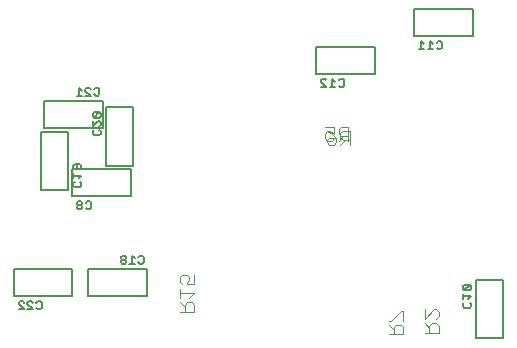
<source format=gbl>
G75*
%MOIN*%
%OFA0B0*%
%FSLAX25Y25*%
%IPPOS*%
%LPD*%
%AMOC8*
5,1,8,0,0,1.08239X$1,22.5*
%
%ADD10C,0.00800*%
%ADD11C,0.00600*%
%ADD12C,0.00400*%
D10*
X0224480Y0031848D02*
X0224480Y0040848D01*
X0244080Y0040848D01*
X0244080Y0031848D01*
X0224480Y0031848D01*
X0249318Y0031860D02*
X0249318Y0040860D01*
X0268918Y0040860D01*
X0268918Y0031860D01*
X0249318Y0031860D01*
X0243968Y0065238D02*
X0243968Y0074238D01*
X0263568Y0074238D01*
X0263568Y0065238D01*
X0243968Y0065238D01*
X0242654Y0067075D02*
X0233654Y0067075D01*
X0233654Y0086675D01*
X0242654Y0086675D01*
X0242654Y0067075D01*
X0255346Y0075174D02*
X0264346Y0075174D01*
X0264346Y0094774D01*
X0255346Y0094774D01*
X0255346Y0075174D01*
X0254217Y0087820D02*
X0234617Y0087820D01*
X0234617Y0096820D01*
X0254217Y0096820D01*
X0254217Y0087820D01*
X0325255Y0105970D02*
X0325255Y0114970D01*
X0344855Y0114970D01*
X0344855Y0105970D01*
X0325255Y0105970D01*
X0357893Y0118608D02*
X0357893Y0127608D01*
X0377493Y0127608D01*
X0377493Y0118608D01*
X0357893Y0118608D01*
X0378744Y0037317D02*
X0387744Y0037317D01*
X0387744Y0017717D01*
X0378744Y0017717D01*
X0378744Y0037317D01*
D11*
X0376946Y0035172D02*
X0376513Y0035605D01*
X0374778Y0033871D01*
X0374344Y0034304D01*
X0374344Y0035172D01*
X0374778Y0035605D01*
X0376513Y0035605D01*
X0376946Y0035172D02*
X0376946Y0034304D01*
X0376513Y0033871D01*
X0374778Y0033871D01*
X0374344Y0032659D02*
X0374344Y0030924D01*
X0374344Y0031791D02*
X0376946Y0031791D01*
X0376079Y0030924D01*
X0376513Y0029712D02*
X0376946Y0029279D01*
X0376946Y0028411D01*
X0376513Y0027977D01*
X0374778Y0027977D01*
X0374344Y0028411D01*
X0374344Y0029279D01*
X0374778Y0029712D01*
X0267818Y0043093D02*
X0267384Y0042660D01*
X0266517Y0042660D01*
X0266083Y0043093D01*
X0264872Y0042660D02*
X0263137Y0042660D01*
X0264004Y0042660D02*
X0264004Y0045262D01*
X0264872Y0044394D01*
X0266083Y0044828D02*
X0266517Y0045262D01*
X0267384Y0045262D01*
X0267818Y0044828D01*
X0267818Y0043093D01*
X0261925Y0043093D02*
X0261491Y0042660D01*
X0260624Y0042660D01*
X0260190Y0043093D01*
X0260190Y0043527D01*
X0260624Y0043961D01*
X0261491Y0043961D01*
X0261925Y0044394D01*
X0261925Y0044828D01*
X0261491Y0045262D01*
X0260624Y0045262D01*
X0260190Y0044828D01*
X0260190Y0044394D01*
X0260624Y0043961D01*
X0261491Y0043961D02*
X0261925Y0043527D01*
X0261925Y0043093D01*
X0233819Y0029616D02*
X0233385Y0030050D01*
X0232518Y0030050D01*
X0232084Y0029616D01*
X0230873Y0029616D02*
X0230439Y0030050D01*
X0229571Y0030050D01*
X0229138Y0029616D01*
X0229138Y0029183D01*
X0230873Y0027448D01*
X0229138Y0027448D01*
X0227926Y0027448D02*
X0226191Y0029183D01*
X0226191Y0029616D01*
X0226625Y0030050D01*
X0227492Y0030050D01*
X0227926Y0029616D01*
X0227926Y0027448D02*
X0226191Y0027448D01*
X0232084Y0027881D02*
X0232518Y0027448D01*
X0233385Y0027448D01*
X0233819Y0027881D01*
X0233819Y0029616D01*
X0246113Y0060838D02*
X0246981Y0060838D01*
X0247414Y0061271D01*
X0247414Y0061705D01*
X0246981Y0062139D01*
X0246113Y0062139D01*
X0245679Y0061705D01*
X0245679Y0061271D01*
X0246113Y0060838D01*
X0246113Y0062139D02*
X0245679Y0062572D01*
X0245679Y0063006D01*
X0246113Y0063440D01*
X0246981Y0063440D01*
X0247414Y0063006D01*
X0247414Y0062572D01*
X0246981Y0062139D01*
X0248626Y0063006D02*
X0249060Y0063440D01*
X0249927Y0063440D01*
X0250361Y0063006D01*
X0250361Y0061271D01*
X0249927Y0060838D01*
X0249060Y0060838D01*
X0248626Y0061271D01*
X0246622Y0068175D02*
X0244887Y0068175D01*
X0244454Y0068609D01*
X0244454Y0069476D01*
X0244887Y0069910D01*
X0244454Y0071122D02*
X0244454Y0072857D01*
X0244454Y0071989D02*
X0247056Y0071989D01*
X0246188Y0071122D01*
X0246622Y0069910D02*
X0247056Y0069476D01*
X0247056Y0068609D01*
X0246622Y0068175D01*
X0246622Y0074068D02*
X0246188Y0074068D01*
X0245755Y0074502D01*
X0245755Y0075803D01*
X0246622Y0075803D02*
X0247056Y0075369D01*
X0247056Y0074502D01*
X0246622Y0074068D01*
X0244887Y0074068D02*
X0244454Y0074502D01*
X0244454Y0075369D01*
X0244887Y0075803D01*
X0246622Y0075803D01*
X0251380Y0085434D02*
X0250946Y0085868D01*
X0250946Y0086735D01*
X0251380Y0087169D01*
X0250946Y0088381D02*
X0252681Y0090116D01*
X0253115Y0090116D01*
X0253549Y0089682D01*
X0253549Y0088814D01*
X0253115Y0088381D01*
X0253115Y0087169D02*
X0253549Y0086735D01*
X0253549Y0085868D01*
X0253115Y0085434D01*
X0251380Y0085434D01*
X0250946Y0088381D02*
X0250946Y0090116D01*
X0251380Y0091327D02*
X0253115Y0093062D01*
X0251380Y0093062D01*
X0250946Y0092628D01*
X0250946Y0091761D01*
X0251380Y0091327D01*
X0253115Y0091327D01*
X0253549Y0091761D01*
X0253549Y0092628D01*
X0253115Y0093062D01*
X0252684Y0098620D02*
X0251816Y0098620D01*
X0251383Y0099054D01*
X0250171Y0098620D02*
X0248436Y0098620D01*
X0247224Y0098620D02*
X0245489Y0098620D01*
X0246357Y0098620D02*
X0246357Y0101222D01*
X0247224Y0100355D01*
X0248436Y0100355D02*
X0248436Y0100789D01*
X0248870Y0101222D01*
X0249737Y0101222D01*
X0250171Y0100789D01*
X0251383Y0100789D02*
X0251816Y0101222D01*
X0252684Y0101222D01*
X0253117Y0100789D01*
X0253117Y0099054D01*
X0252684Y0098620D01*
X0250171Y0098620D02*
X0248436Y0100355D01*
X0326967Y0101570D02*
X0328702Y0101570D01*
X0326967Y0103305D01*
X0326967Y0103738D01*
X0327401Y0104172D01*
X0328268Y0104172D01*
X0328702Y0103738D01*
X0330781Y0104172D02*
X0331648Y0103305D01*
X0330781Y0104172D02*
X0330781Y0101570D01*
X0331648Y0101570D02*
X0329913Y0101570D01*
X0332860Y0102004D02*
X0333294Y0101570D01*
X0334161Y0101570D01*
X0334595Y0102004D01*
X0334595Y0103738D01*
X0334161Y0104172D01*
X0333294Y0104172D01*
X0332860Y0103738D01*
X0359605Y0114208D02*
X0361339Y0114208D01*
X0360472Y0114208D02*
X0360472Y0116810D01*
X0361339Y0115942D01*
X0362551Y0114208D02*
X0364286Y0114208D01*
X0363419Y0114208D02*
X0363419Y0116810D01*
X0364286Y0115942D01*
X0365498Y0116376D02*
X0365931Y0116810D01*
X0366799Y0116810D01*
X0367232Y0116376D01*
X0367232Y0114641D01*
X0366799Y0114208D01*
X0365931Y0114208D01*
X0365498Y0114641D01*
D12*
X0335968Y0088317D02*
X0333667Y0088317D01*
X0332899Y0087550D01*
X0332899Y0086015D01*
X0333667Y0085248D01*
X0335968Y0085248D01*
X0336528Y0083858D02*
X0334226Y0083858D01*
X0333459Y0084625D01*
X0333459Y0086160D01*
X0334226Y0086927D01*
X0336528Y0086927D01*
X0336528Y0082323D01*
X0335968Y0083713D02*
X0335968Y0088317D01*
X0331365Y0088317D02*
X0331365Y0086015D01*
X0329830Y0086782D01*
X0329063Y0086782D01*
X0328295Y0086015D01*
X0328295Y0084480D01*
X0329063Y0083713D01*
X0330597Y0083713D01*
X0331365Y0084480D01*
X0331924Y0084625D02*
X0329622Y0084625D01*
X0328855Y0083858D01*
X0328855Y0083091D01*
X0329622Y0082323D01*
X0331157Y0082323D01*
X0331924Y0083091D01*
X0331924Y0084625D01*
X0330390Y0086160D01*
X0328855Y0086927D01*
X0328295Y0088317D02*
X0331365Y0088317D01*
X0334434Y0085248D02*
X0332899Y0083713D01*
X0333459Y0082323D02*
X0334994Y0083858D01*
X0284583Y0038958D02*
X0284583Y0035889D01*
X0282281Y0035889D01*
X0283049Y0037423D01*
X0283049Y0038191D01*
X0282281Y0038958D01*
X0280747Y0038958D01*
X0279980Y0038191D01*
X0279980Y0036656D01*
X0280747Y0035889D01*
X0279980Y0034354D02*
X0279980Y0031285D01*
X0279980Y0032819D02*
X0284583Y0032819D01*
X0283049Y0031285D01*
X0283816Y0029750D02*
X0282281Y0029750D01*
X0281514Y0028983D01*
X0281514Y0026681D01*
X0279980Y0026681D02*
X0284583Y0026681D01*
X0284583Y0028983D01*
X0283816Y0029750D01*
X0281514Y0028215D02*
X0279980Y0029750D01*
X0349704Y0023684D02*
X0350471Y0023684D01*
X0353541Y0026753D01*
X0354308Y0026753D01*
X0354308Y0023684D01*
X0353541Y0022149D02*
X0352006Y0022149D01*
X0351239Y0021382D01*
X0351239Y0019080D01*
X0351239Y0020615D02*
X0349704Y0022149D01*
X0353541Y0022149D02*
X0354308Y0021382D01*
X0354308Y0019080D01*
X0349704Y0019080D01*
X0361594Y0019710D02*
X0366198Y0019710D01*
X0366198Y0022012D01*
X0365430Y0022779D01*
X0363896Y0022779D01*
X0363128Y0022012D01*
X0363128Y0019710D01*
X0363128Y0021245D02*
X0361594Y0022779D01*
X0361594Y0024314D02*
X0364663Y0027383D01*
X0365430Y0027383D01*
X0366198Y0026616D01*
X0366198Y0025081D01*
X0365430Y0024314D01*
X0361594Y0024314D02*
X0361594Y0027383D01*
M02*

</source>
